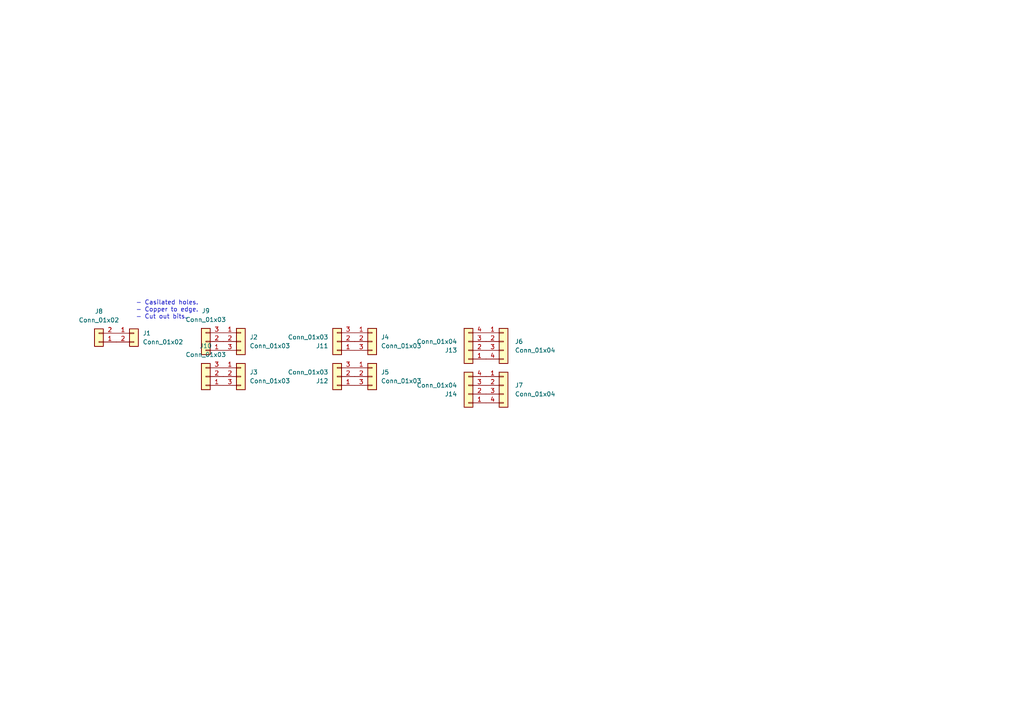
<source format=kicad_sch>
(kicad_sch (version 20211123) (generator eeschema)
  (paper "A4")
  (lib_symbols
    (symbol "Connector_Generic:Conn_01x02" (pin_names (offset 1.016) hide)
      (property "Reference" "J" (at 0 2.54 0))
      (property "Value" "Conn_01x02" (at 0 -5.08 0))
      (symbol "Conn_01x02_1_1"
        (rectangle (start -1.27 -2.413) (end 0 -2.667) (stroke (width 0.1524)))
        (rectangle (start -1.27 0.127) (end 0 -0.127) (stroke (width 0.1524)))
        (rectangle (start -1.27 1.27) (end 1.27 -3.81) (stroke (width 0.254)) (fill (type background)))
        (pin passive line (at -5.08 0 0) (length 3.81) (name "Pin_1") (number "1"))
        (pin passive line (at -5.08 -2.54 0) (length 3.81) (name "Pin_2") (number "2"))
      )
    )
    (symbol "Connector_Generic:Conn_01x03" (pin_names (offset 1.016) hide)
      (property "Reference" "J" (at 0 5.08 0))
      (property "Value" "Conn_01x03" (at 0 -5.08 0))
      (symbol "Conn_01x03_1_1"
        (rectangle (start -1.27 -2.413) (end 0 -2.667) (stroke (width 0.1524)))
        (rectangle (start -1.27 0.127) (end 0 -0.127) (stroke (width 0.1524)))
        (rectangle (start -1.27 2.667) (end 0 2.413) (stroke (width 0.1524)))
        (rectangle (start -1.27 3.81) (end 1.27 -3.81) (stroke (width 0.254)) (fill (type background)))
        (pin passive line (at -5.08 2.54 0) (length 3.81) (name "Pin_1") (number "1"))
        (pin passive line (at -5.08 0 0) (length 3.81) (name "Pin_2") (number "2"))
        (pin passive line (at -5.08 -2.54 0) (length 3.81) (name "Pin_3") (number "3"))
      )
    )
    (symbol "Connector_Generic:Conn_01x04" (pin_names (offset 1.016) hide)
      (property "Reference" "J" (at 0 5.08 0))
      (property "Value" "Conn_01x04" (at 0 -7.62 0))
      (symbol "Conn_01x04_1_1"
        (rectangle (start -1.27 -4.953) (end 0 -5.207) (stroke (width 0.1524)))
        (rectangle (start -1.27 -2.413) (end 0 -2.667) (stroke (width 0.1524)))
        (rectangle (start -1.27 0.127) (end 0 -0.127) (stroke (width 0.1524)))
        (rectangle (start -1.27 2.667) (end 0 2.413) (stroke (width 0.1524)))
        (rectangle (start -1.27 3.81) (end 1.27 -6.35) (stroke (width 0.254)) (fill (type background)))
        (pin passive line (at -5.08 2.54 0) (length 3.81) (name "Pin_1") (number "1"))
        (pin passive line (at -5.08 0 0) (length 3.81) (name "Pin_2") (number "2"))
        (pin passive line (at -5.08 -2.54 0) (length 3.81) (name "Pin_3") (number "3"))
        (pin passive line (at -5.08 -5.08 0) (length 3.81) (name "Pin_4") (number "4"))
      )
    )
  )
  (text "- Casilated holes.\n- Copper to edge.\n- Cut out bits.\n" (at 39.37 92.71 0) (effects (font (size 1.27 1.27)) (justify left bottom)))
  (symbol (lib_id "Connector_Generic:Conn_01x02") (at 38.8446 96.6543 0) (unit 1)
    (property "Reference" "J1" (at 41.372 96.6542 0) (effects (justify left)))
    (property "Value" "Conn_01x02" (at 41.372 99.1942 0) (effects (justify left)))
    (property "Footprint" "cacophony-footprints:m12-2pin" (effects hide))
  )
  (symbol (lib_id "Connector_Generic:Conn_01x02") (at 28.6846 99.1943 180) (unit 1)
    (property "Reference" "J8" (at 28.6846 90.3043 0))
    (property "Value" "Conn_01x02" (at 28.6846 92.8443 0))
    (property "Footprint" "Connector_PinSocket_2.54mm:PinSocket_1x02_P2.54mm_Vertical" (effects hide))
  )
  (symbol (lib_id "Connector_Generic:Conn_01x03") (at 59.69 109.22 180) (unit 1)
    (property "Reference" "J10" (at 59.69 100.33 0))
    (property "Value" "Conn_01x03" (at 59.69 102.87 0))
    (property "Footprint" "Connector_PinSocket_2.54mm:PinSocket_1x03_P2.54mm_Vertical" (effects hide))
  )
  (symbol (lib_id "Connector_Generic:Conn_01x04") (at 146.05 111.76 0) (unit 1)
    (property "Reference" "J7" (at 149.3332 111.7599 0) (effects (justify left)))
    (property "Value" "Conn_01x04" (at 149.3332 114.2999 0) (effects (justify left)))
    (property "Footprint" "cacophony-footprints:m16-4pin-c" (effects hide))
  )
  (symbol (lib_id "Connector_Generic:Conn_01x03") (at 107.95 99.06 0) (unit 1)
    (property "Reference" "J4" (at 110.49 97.7899 0) (effects (justify left)))
    (property "Value" "Conn_01x03" (at 110.49 100.3299 0) (effects (justify left)))
    (property "Footprint" "cacophony-footprints:m16-3pin" (effects hide))
  )
  (symbol (lib_id "Connector_Generic:Conn_01x03") (at 69.85 109.22 0) (unit 1)
    (property "Reference" "J3" (at 72.39 107.9499 0) (effects (justify left)))
    (property "Value" "Conn_01x03" (at 72.39 110.4899 0) (effects (justify left)))
    (property "Footprint" "cacophony-footprints:m12-3pin-c" (effects hide))
  )
  (symbol (lib_id "Connector_Generic:Conn_01x04") (at 135.89 114.3 180) (unit 1)
    (property "Reference" "J14" (at 132.6068 114.3001 0) (effects (justify left)))
    (property "Value" "Conn_01x04" (at 132.6068 111.7601 0) (effects (justify left)))
    (property "Footprint" "Connector_PinSocket_2.54mm:PinSocket_1x04_P2.54mm_Vertical" (effects hide))
  )
  (symbol (lib_id "Connector_Generic:Conn_01x04") (at 146.05 99.06 0) (unit 1)
    (property "Reference" "J6" (at 149.3332 99.0599 0) (effects (justify left)))
    (property "Value" "Conn_01x04" (at 149.3332 101.5999 0) (effects (justify left)))
    (property "Footprint" "cacophony-footprints:m16-4pin" (effects hide))
  )
  (symbol (lib_id "Connector_Generic:Conn_01x04") (at 135.89 101.6 180) (unit 1)
    (property "Reference" "J13" (at 132.6068 101.6001 0) (effects (justify left)))
    (property "Value" "Conn_01x04" (at 132.6068 99.0601 0) (effects (justify left)))
    (property "Footprint" "Connector_PinSocket_2.54mm:PinSocket_1x04_P2.54mm_Vertical" (effects hide))
  )
  (symbol (lib_id "Connector_Generic:Conn_01x03") (at 97.79 109.22 180) (unit 1)
    (property "Reference" "J12" (at 95.25 110.4901 0) (effects (justify left)))
    (property "Value" "Conn_01x03" (at 95.25 107.9501 0) (effects (justify left)))
    (property "Footprint" "Connector_PinSocket_2.54mm:PinSocket_1x03_P2.54mm_Vertical" (effects hide))
  )
  (symbol (lib_id "Connector_Generic:Conn_01x03") (at 69.85 99.06 0) (unit 1)
    (property "Reference" "J2" (at 72.39 97.7899 0) (effects (justify left)))
    (property "Value" "Conn_01x03" (at 72.39 100.3299 0) (effects (justify left)))
    (property "Footprint" "cacophony-footprints:m12-3pin" (effects hide))
  )
  (symbol (lib_id "Connector_Generic:Conn_01x03") (at 59.69 99.06 180) (unit 1)
    (property "Reference" "J9" (at 59.69 90.17 0))
    (property "Value" "Conn_01x03" (at 59.69 92.71 0))
    (property "Footprint" "Connector_PinSocket_2.54mm:PinSocket_1x03_P2.54mm_Vertical" (effects hide))
  )
  (symbol (lib_id "Connector_Generic:Conn_01x03") (at 107.95 109.22 0) (unit 1)
    (property "Reference" "J5" (at 110.49 107.9499 0) (effects (justify left)))
    (property "Value" "Conn_01x03" (at 110.49 110.4899 0) (effects (justify left)))
    (property "Footprint" "cacophony-footprints:m16-3pin-c" (effects hide))
  )
  (symbol (lib_id "Connector_Generic:Conn_01x03") (at 97.79 99.06 180) (unit 1)
    (property "Reference" "J11" (at 95.25 100.3301 0) (effects (justify left)))
    (property "Value" "Conn_01x03" (at 95.25 97.7901 0) (effects (justify left)))
    (property "Footprint" "Connector_PinSocket_2.54mm:PinSocket_1x03_P2.54mm_Vertical" (effects hide))
  )
)
</source>
